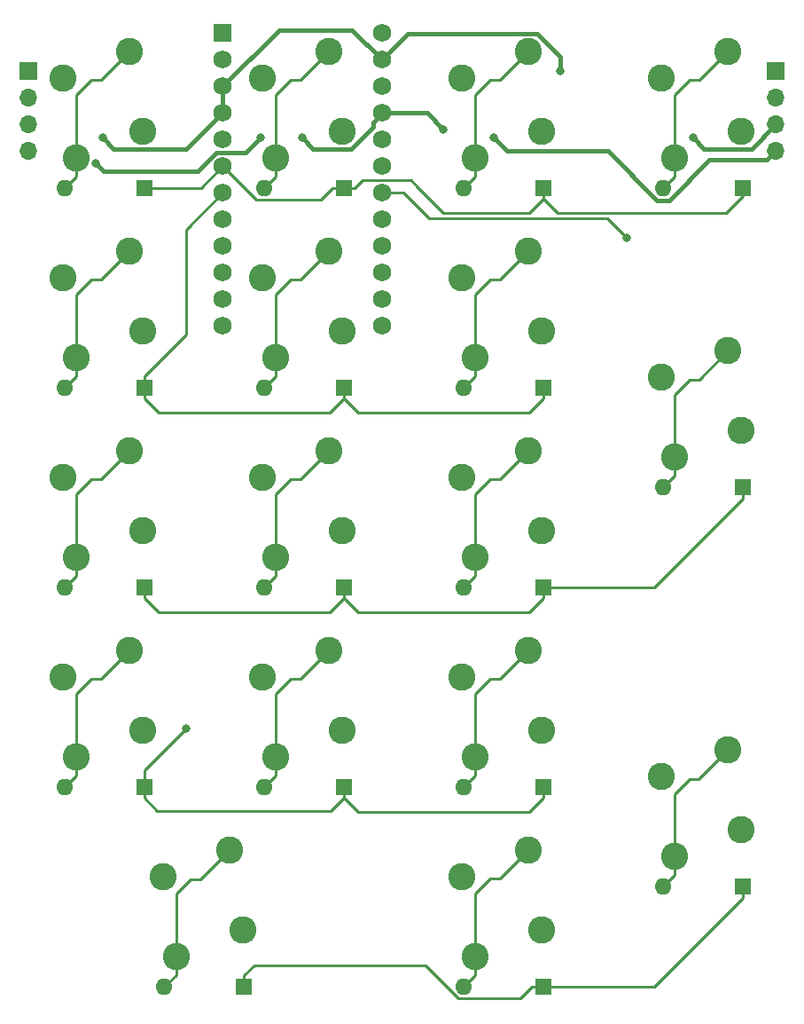
<source format=gbr>
G04 #@! TF.GenerationSoftware,KiCad,Pcbnew,(5.1.4)-1*
G04 #@! TF.CreationDate,2021-01-04T02:31:35-06:00*
G04 #@! TF.ProjectId,65Numpad,36354e75-6d70-4616-942e-6b696361645f,rev?*
G04 #@! TF.SameCoordinates,Original*
G04 #@! TF.FileFunction,Copper,L2,Bot*
G04 #@! TF.FilePolarity,Positive*
%FSLAX46Y46*%
G04 Gerber Fmt 4.6, Leading zero omitted, Abs format (unit mm)*
G04 Created by KiCad (PCBNEW (5.1.4)-1) date 2021-01-04 02:31:35*
%MOMM*%
%LPD*%
G04 APERTURE LIST*
%ADD10R,1.600000X1.600000*%
%ADD11O,1.600000X1.600000*%
%ADD12C,2.600000*%
%ADD13R,1.700000X1.700000*%
%ADD14O,1.700000X1.700000*%
%ADD15C,1.752600*%
%ADD16R,1.752600X1.752600*%
%ADD17C,0.800000*%
%ADD18C,0.254000*%
%ADD19C,0.381000*%
G04 APERTURE END LIST*
D10*
X381000000Y-142875000D03*
D11*
X373380000Y-142875000D03*
D10*
X361950000Y-123825000D03*
D11*
X354330000Y-123825000D03*
D10*
X342900000Y-123825000D03*
D11*
X335280000Y-123825000D03*
D12*
X373221250Y-94297500D03*
X379571250Y-91757500D03*
X380841250Y-99377500D03*
X374491250Y-101917500D03*
X373221250Y-75247500D03*
X379571250Y-72707500D03*
X380841250Y-80327500D03*
X374491250Y-82867500D03*
X335121250Y-113347500D03*
X341471250Y-110807500D03*
X342741250Y-118427500D03*
X336391250Y-120967500D03*
X335121250Y-56197500D03*
X341471250Y-53657500D03*
X342741250Y-61277500D03*
X336391250Y-63817500D03*
D13*
X403225000Y-55562500D03*
D14*
X403225000Y-58102500D03*
X403225000Y-60642500D03*
X403225000Y-63182500D03*
D12*
X354171250Y-94297500D03*
X360521250Y-91757500D03*
X361791250Y-99377500D03*
X355441250Y-101917500D03*
X354171250Y-75247500D03*
X360521250Y-72707500D03*
X361791250Y-80327500D03*
X355441250Y-82867500D03*
X335121250Y-75247500D03*
X341471250Y-72707500D03*
X342741250Y-80327500D03*
X336391250Y-82867500D03*
X373221250Y-132397500D03*
X379571250Y-129857500D03*
X380841250Y-137477500D03*
X374491250Y-140017500D03*
D15*
X365601250Y-51911250D03*
X350361250Y-79851250D03*
X365601250Y-54451250D03*
X365601250Y-56991250D03*
X365601250Y-59531250D03*
X365601250Y-62071250D03*
X365601250Y-64611250D03*
X365601250Y-67151250D03*
X365601250Y-69691250D03*
X365601250Y-72231250D03*
X365601250Y-74771250D03*
X365601250Y-77311250D03*
X365601250Y-79851250D03*
X350361250Y-77311250D03*
X350361250Y-74771250D03*
X350361250Y-72231250D03*
X350361250Y-69691250D03*
X350361250Y-67151250D03*
X350361250Y-64611250D03*
X350361250Y-62071250D03*
X350361250Y-59531250D03*
X350361250Y-56991250D03*
X350361250Y-54451250D03*
D16*
X350361250Y-51911250D03*
D10*
X400050000Y-133350000D03*
D11*
X392430000Y-133350000D03*
D12*
X392271250Y-56197500D03*
X398621250Y-53657500D03*
X399891250Y-61277500D03*
X393541250Y-63817500D03*
D10*
X381000000Y-123825000D03*
D11*
X373380000Y-123825000D03*
D12*
X335121250Y-94297500D03*
X341471250Y-91757500D03*
X342741250Y-99377500D03*
X336391250Y-101917500D03*
D10*
X352425000Y-142875000D03*
D11*
X344805000Y-142875000D03*
D12*
X344646250Y-132397500D03*
X350996250Y-129857500D03*
X345916250Y-140017500D03*
X352266250Y-137477500D03*
X373221250Y-113347500D03*
X379571250Y-110807500D03*
X380841250Y-118427500D03*
X374491250Y-120967500D03*
X399891250Y-89852500D03*
X393541250Y-92392500D03*
X398621250Y-82232500D03*
X392271250Y-84772500D03*
X398621250Y-82232500D03*
X392271250Y-84772500D03*
X399891250Y-89852500D03*
X393541250Y-92392500D03*
X354171250Y-113347500D03*
X360521250Y-110807500D03*
X361791250Y-118427500D03*
X355441250Y-120967500D03*
X399891250Y-127952500D03*
X393541250Y-130492500D03*
X398621250Y-120332500D03*
X392271250Y-122872500D03*
X354171250Y-56197500D03*
X360521250Y-53657500D03*
X361791250Y-61277500D03*
X355441250Y-63817500D03*
D13*
X331787500Y-55562500D03*
D14*
X331787500Y-58102500D03*
X331787500Y-60642500D03*
X331787500Y-63182500D03*
D12*
X373221250Y-56197500D03*
X379571250Y-53657500D03*
X380841250Y-61277500D03*
X374491250Y-63817500D03*
D10*
X342900000Y-66675000D03*
D11*
X335280000Y-66675000D03*
D10*
X400050000Y-95250000D03*
D11*
X392430000Y-95250000D03*
D10*
X361950000Y-66675000D03*
D11*
X354330000Y-66675000D03*
D10*
X361950000Y-104775000D03*
D11*
X354330000Y-104775000D03*
D10*
X381000000Y-104775000D03*
D11*
X373380000Y-104775000D03*
D10*
X342900000Y-104775000D03*
D11*
X335280000Y-104775000D03*
D10*
X361950000Y-85725000D03*
D11*
X354330000Y-85725000D03*
D10*
X400050000Y-66675000D03*
D11*
X392430000Y-66675000D03*
D10*
X381000000Y-66675000D03*
D11*
X373380000Y-66675000D03*
D10*
X381000000Y-85725000D03*
D11*
X373380000Y-85725000D03*
D10*
X342900000Y-85725000D03*
D11*
X335280000Y-85725000D03*
D17*
X388937500Y-71437500D03*
X338931250Y-61912500D03*
X382587500Y-55562500D03*
X395287500Y-61912500D03*
X357981250Y-61912500D03*
X376237500Y-61912500D03*
X354012500Y-61912500D03*
X338224303Y-64317423D03*
X371475000Y-61118750D03*
X346868750Y-118268750D03*
D18*
X368134902Y-67627500D02*
X368931826Y-68424424D01*
X365601250Y-67151250D02*
X367658652Y-67151250D01*
X387115049Y-69615049D02*
X388937500Y-71437500D01*
X367658652Y-67151250D02*
X368931826Y-68424424D01*
X370122451Y-69615049D02*
X387115049Y-69615049D01*
X368931826Y-68424424D02*
X370122451Y-69615049D01*
D19*
X365601250Y-54451250D02*
X368085501Y-51966999D01*
X346924499Y-62968001D02*
X350361250Y-59531250D01*
X382587500Y-55562500D02*
X382587500Y-54171808D01*
X400899499Y-62968001D02*
X396343001Y-62968001D01*
X350361250Y-56991250D02*
X350361250Y-59531250D01*
X368673249Y-51966999D02*
X368561751Y-51966999D01*
X362743750Y-51593750D02*
X365601250Y-54451250D01*
X396343001Y-62968001D02*
X395287500Y-61912500D01*
X339986751Y-62968001D02*
X346924499Y-62968001D01*
X368085501Y-51966999D02*
X368673249Y-51966999D01*
X355758750Y-51593750D02*
X362743750Y-51593750D01*
X350361250Y-56991250D02*
X355758750Y-51593750D01*
X380382691Y-51966999D02*
X368673249Y-51966999D01*
X382587500Y-54171808D02*
X380382691Y-51966999D01*
X403225000Y-60642500D02*
X400899499Y-62968001D01*
X338931250Y-61912500D02*
X339986751Y-62968001D01*
X357981250Y-61912500D02*
X359036751Y-62968001D01*
X391858559Y-67865501D02*
X387175558Y-63182500D01*
X338224303Y-64317423D02*
X338832431Y-64925551D01*
X369887500Y-59531250D02*
X371475000Y-61118750D01*
X338994380Y-65087500D02*
X348010134Y-65087500D01*
X387175558Y-63182500D02*
X377507500Y-63182500D01*
X377507500Y-63182500D02*
X376237500Y-61912500D01*
X353612501Y-62312499D02*
X354012500Y-61912500D01*
X365601250Y-59531250D02*
X369887500Y-59531250D01*
X338994380Y-65087500D02*
X338224303Y-64317423D01*
X362602691Y-62968001D02*
X359036751Y-62968001D01*
X362602691Y-62968001D02*
X364724951Y-60845741D01*
X364724951Y-60845741D02*
X364724951Y-60407549D01*
X364724951Y-60407549D02*
X365601250Y-59531250D01*
X348010134Y-65087500D02*
X349753185Y-63344449D01*
X349753185Y-63344449D02*
X352580551Y-63344449D01*
X393001441Y-67865501D02*
X391858559Y-67865501D01*
X352580551Y-63344449D02*
X353612501Y-62312499D01*
X403225000Y-63182500D02*
X402375001Y-64032499D01*
X402375001Y-64032499D02*
X396834443Y-64032499D01*
X396834443Y-64032499D02*
X393001441Y-67865501D01*
D18*
X352425000Y-142875000D02*
X352425000Y-141821000D01*
X352425000Y-141821000D02*
X353374401Y-140871599D01*
X372839039Y-144002001D02*
X378818999Y-144002001D01*
X378818999Y-144002001D02*
X379946000Y-142875000D01*
X379946000Y-142875000D02*
X381000000Y-142875000D01*
X381000000Y-142875000D02*
X391579000Y-142875000D01*
X400050000Y-134404000D02*
X400050000Y-133350000D01*
X353374401Y-140871599D02*
X369708637Y-140871599D01*
X369708637Y-140871599D02*
X372839039Y-144002001D01*
X391579000Y-142875000D02*
X400050000Y-134404000D01*
X361950000Y-124879000D02*
X363277250Y-126206250D01*
X346868750Y-118268750D02*
X342900000Y-122237500D01*
X344122499Y-126101499D02*
X360727501Y-126101499D01*
X361950000Y-124879000D02*
X361950000Y-123825000D01*
X360727501Y-126101499D02*
X361950000Y-124879000D01*
X363277250Y-126206250D02*
X379672750Y-126206250D01*
X342900000Y-122237500D02*
X342900000Y-123825000D01*
X379672750Y-126206250D02*
X381000000Y-124879000D01*
X381000000Y-124879000D02*
X381000000Y-123825000D01*
X342900000Y-123825000D02*
X342900000Y-124879000D01*
X342900000Y-124879000D02*
X344122499Y-126101499D01*
X342900000Y-105829000D02*
X344227250Y-107156250D01*
X363277250Y-107156250D02*
X379672750Y-107156250D01*
X381000000Y-104775000D02*
X391579000Y-104775000D01*
X379672750Y-107156250D02*
X381000000Y-105829000D01*
X381000000Y-105829000D02*
X381000000Y-104775000D01*
X344227250Y-107156250D02*
X360622750Y-107156250D01*
X391579000Y-104775000D02*
X400050000Y-96304000D01*
X360622750Y-107156250D02*
X361950000Y-105829000D01*
X400050000Y-96304000D02*
X400050000Y-95250000D01*
X361950000Y-105829000D02*
X363277250Y-107156250D01*
X342900000Y-104775000D02*
X342900000Y-105829000D01*
X361950000Y-105829000D02*
X361950000Y-104775000D01*
X361950000Y-86779000D02*
X361950000Y-85725000D01*
X361950000Y-86779000D02*
X363277250Y-88106250D01*
X342900000Y-85725000D02*
X342900000Y-86779000D01*
X346868750Y-71120000D02*
X346868750Y-70643750D01*
X363277250Y-88106250D02*
X379672750Y-88106250D01*
X346868750Y-70643750D02*
X350361250Y-67151250D01*
X342900000Y-85725000D02*
X342900000Y-84671000D01*
X346868750Y-80702250D02*
X346868750Y-71120000D01*
X379672750Y-88106250D02*
X381000000Y-86779000D01*
X342900000Y-86779000D02*
X344227250Y-88106250D01*
X344227250Y-88106250D02*
X360622750Y-88106250D01*
X360622750Y-88106250D02*
X361950000Y-86779000D01*
X381000000Y-86779000D02*
X381000000Y-85725000D01*
X342900000Y-84671000D02*
X346868750Y-80702250D01*
X360896000Y-66675000D02*
X361950000Y-66675000D01*
X400050000Y-67468750D02*
X400050000Y-66675000D01*
X382327250Y-69056250D02*
X398462500Y-69056250D01*
X350361250Y-64611250D02*
X353552001Y-67802001D01*
X379672750Y-69056250D02*
X381000000Y-67729000D01*
X368366699Y-65947949D02*
X369093750Y-66675000D01*
X361950000Y-66675000D02*
X363004000Y-66675000D01*
X369093750Y-66675000D02*
X371475000Y-69056250D01*
X368842949Y-66424199D02*
X369093750Y-66675000D01*
X363004000Y-66675000D02*
X363731051Y-65947949D01*
X381000000Y-67729000D02*
X381000000Y-66675000D01*
X381000000Y-67729000D02*
X382327250Y-69056250D01*
X359768999Y-67802001D02*
X360896000Y-66675000D01*
X353552001Y-67802001D02*
X354345751Y-67802001D01*
X350361250Y-64611250D02*
X348297500Y-66675000D01*
X398462500Y-69056250D02*
X400050000Y-67468750D01*
X354345751Y-67802001D02*
X359768999Y-67802001D01*
X363731051Y-65947949D02*
X368366699Y-65947949D01*
X371475000Y-69056250D02*
X379672750Y-69056250D01*
X348297500Y-66675000D02*
X342900000Y-66675000D01*
X379571250Y-53657500D02*
X376818251Y-56410499D01*
X375914289Y-56410499D02*
X374491250Y-57833538D01*
X376818251Y-56410499D02*
X375914289Y-56410499D01*
X374491250Y-57833538D02*
X374491250Y-61979023D01*
X374491250Y-65563750D02*
X374491250Y-63817500D01*
X374491250Y-61979023D02*
X374491250Y-63817500D01*
X373380000Y-66675000D02*
X374491250Y-65563750D01*
X338718251Y-56410499D02*
X337814289Y-56410499D01*
X341471250Y-53657500D02*
X338718251Y-56410499D01*
X336391250Y-57833538D02*
X336391250Y-61979023D01*
X336391250Y-61979023D02*
X336391250Y-63817500D01*
X336391250Y-65563750D02*
X336391250Y-63817500D01*
X335280000Y-66675000D02*
X336391250Y-65563750D01*
X337814289Y-56410499D02*
X336391250Y-57833538D01*
X355441250Y-65563750D02*
X355441250Y-63817500D01*
X360521250Y-53657500D02*
X357768251Y-56410499D01*
X355441250Y-61979023D02*
X355441250Y-63817500D01*
X357768251Y-56410499D02*
X356864289Y-56410499D01*
X356864289Y-56410499D02*
X355441250Y-57833538D01*
X355441250Y-57833538D02*
X355441250Y-61979023D01*
X354330000Y-66675000D02*
X355441250Y-65563750D01*
X392430000Y-66675000D02*
X393541250Y-65563750D01*
X394964289Y-56410499D02*
X393541250Y-57833538D01*
X398621250Y-53657500D02*
X395868251Y-56410499D01*
X393541250Y-61979023D02*
X393541250Y-63817500D01*
X393541250Y-57833538D02*
X393541250Y-61979023D01*
X395868251Y-56410499D02*
X394964289Y-56410499D01*
X393541250Y-65563750D02*
X393541250Y-63817500D01*
X336391250Y-84613750D02*
X336391250Y-82867500D01*
X335280000Y-85725000D02*
X336391250Y-84613750D01*
X336391250Y-81029023D02*
X336391250Y-82867500D01*
X336391250Y-76883538D02*
X336391250Y-81029023D01*
X337814289Y-75460499D02*
X336391250Y-76883538D01*
X341471250Y-72707500D02*
X338718251Y-75460499D01*
X338718251Y-75460499D02*
X337814289Y-75460499D01*
X355441250Y-76883538D02*
X355441250Y-81029023D01*
X360521250Y-72707500D02*
X357768251Y-75460499D01*
X355441250Y-81029023D02*
X355441250Y-82867500D01*
X357768251Y-75460499D02*
X356864289Y-75460499D01*
X355441250Y-84613750D02*
X355441250Y-82867500D01*
X354330000Y-85725000D02*
X355441250Y-84613750D01*
X356864289Y-75460499D02*
X355441250Y-76883538D01*
X374491250Y-76883538D02*
X374491250Y-81029023D01*
X374491250Y-84613750D02*
X374491250Y-82867500D01*
X374491250Y-81029023D02*
X374491250Y-82867500D01*
X379571250Y-72707500D02*
X376818251Y-75460499D01*
X375914289Y-75460499D02*
X374491250Y-76883538D01*
X373380000Y-85725000D02*
X374491250Y-84613750D01*
X376818251Y-75460499D02*
X375914289Y-75460499D01*
X341471250Y-91757500D02*
X338718251Y-94510499D01*
X336391250Y-103663750D02*
X336391250Y-101917500D01*
X337814289Y-94510499D02*
X336391250Y-95933538D01*
X336391250Y-100079023D02*
X336391250Y-101917500D01*
X336391250Y-95933538D02*
X336391250Y-100079023D01*
X338718251Y-94510499D02*
X337814289Y-94510499D01*
X335280000Y-104775000D02*
X336391250Y-103663750D01*
X355441250Y-100079023D02*
X355441250Y-101917500D01*
X355441250Y-95933538D02*
X355441250Y-100079023D01*
X357768251Y-94510499D02*
X356864289Y-94510499D01*
X356864289Y-94510499D02*
X355441250Y-95933538D01*
X360521250Y-91757500D02*
X357768251Y-94510499D01*
X354330000Y-104775000D02*
X355441250Y-103663750D01*
X355441250Y-103663750D02*
X355441250Y-101917500D01*
X374491250Y-95933538D02*
X374491250Y-100079023D01*
X379571250Y-91757500D02*
X376818251Y-94510499D01*
X375914289Y-94510499D02*
X374491250Y-95933538D01*
X374491250Y-100079023D02*
X374491250Y-101917500D01*
X373380000Y-104775000D02*
X374491250Y-103663750D01*
X374491250Y-103663750D02*
X374491250Y-101917500D01*
X376818251Y-94510499D02*
X375914289Y-94510499D01*
X398621250Y-82232500D02*
X395868251Y-84985499D01*
X393541250Y-86408538D02*
X393541250Y-90554023D01*
X393541250Y-94138750D02*
X393541250Y-92392500D01*
X393541250Y-90554023D02*
X393541250Y-92392500D01*
X394964289Y-84985499D02*
X393541250Y-86408538D01*
X392430000Y-95250000D02*
X393541250Y-94138750D01*
X395868251Y-84985499D02*
X394964289Y-84985499D01*
X338718251Y-113560499D02*
X337814289Y-113560499D01*
X341471250Y-110807500D02*
X338718251Y-113560499D01*
X337814289Y-113560499D02*
X336391250Y-114983538D01*
X336391250Y-114983538D02*
X336391250Y-119129023D01*
X336391250Y-119129023D02*
X336391250Y-120967500D01*
X335280000Y-123825000D02*
X336391250Y-122713750D01*
X336391250Y-122713750D02*
X336391250Y-120967500D01*
X360521250Y-110807500D02*
X357768251Y-113560499D01*
X357768251Y-113560499D02*
X356864289Y-113560499D01*
X356864289Y-113560499D02*
X355441250Y-114983538D01*
X355441250Y-114983538D02*
X355441250Y-119129023D01*
X355441250Y-119129023D02*
X355441250Y-120967500D01*
X354330000Y-123825000D02*
X355441250Y-122713750D01*
X355441250Y-122713750D02*
X355441250Y-120967500D01*
X374491250Y-119129023D02*
X374491250Y-120967500D01*
X374491250Y-114983538D02*
X374491250Y-119129023D01*
X375914289Y-113560499D02*
X374491250Y-114983538D01*
X379571250Y-110807500D02*
X376818251Y-113560499D01*
X373380000Y-123825000D02*
X374491250Y-122713750D01*
X376818251Y-113560499D02*
X375914289Y-113560499D01*
X374491250Y-122713750D02*
X374491250Y-120967500D01*
X344805000Y-142875000D02*
X345916250Y-141763750D01*
X345916250Y-138179023D02*
X345916250Y-140017500D01*
X345916250Y-134042566D02*
X345916250Y-138179023D01*
X347342217Y-132616599D02*
X345916250Y-134042566D01*
X345916250Y-141763750D02*
X345916250Y-140017500D01*
X348237151Y-132616599D02*
X347342217Y-132616599D01*
X350996250Y-129857500D02*
X348237151Y-132616599D01*
X376818251Y-132610499D02*
X375914289Y-132610499D01*
X379571250Y-129857500D02*
X376818251Y-132610499D01*
X373380000Y-142875000D02*
X374491250Y-141763750D01*
X375914289Y-132610499D02*
X374491250Y-134033538D01*
X374491250Y-138179023D02*
X374491250Y-140017500D01*
X374491250Y-141763750D02*
X374491250Y-140017500D01*
X374491250Y-134033538D02*
X374491250Y-138179023D01*
X395862151Y-123091599D02*
X394967217Y-123091599D01*
X398621250Y-120332500D02*
X395862151Y-123091599D01*
X393541250Y-124517566D02*
X393541250Y-128654023D01*
X394967217Y-123091599D02*
X393541250Y-124517566D01*
X392430000Y-133350000D02*
X393541250Y-132238750D01*
X393541250Y-128654023D02*
X393541250Y-130492500D01*
X393541250Y-132238750D02*
X393541250Y-130492500D01*
M02*

</source>
